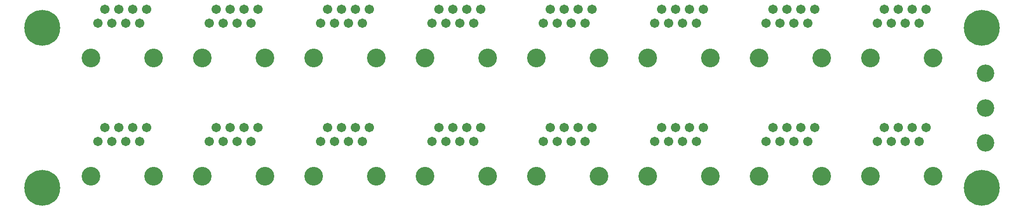
<source format=gbs>
G75*
%MOIN*%
%OFA0B0*%
%FSLAX24Y24*%
%IPPOS*%
%LPD*%
%AMOC8*
5,1,8,0,0,1.08239X$1,22.5*
%
%ADD10C,0.2580*%
%ADD11C,0.0674*%
%ADD12C,0.1340*%
%ADD13C,0.1261*%
D10*
X002350Y002350D03*
X002350Y013850D03*
X069850Y013850D03*
X069850Y002350D03*
D11*
X065350Y005683D03*
X064350Y005683D03*
X063350Y005683D03*
X062350Y005683D03*
X062850Y006683D03*
X063850Y006683D03*
X064850Y006683D03*
X065850Y006683D03*
X057850Y006683D03*
X056850Y006683D03*
X055850Y006683D03*
X054850Y006683D03*
X054350Y005683D03*
X055350Y005683D03*
X056350Y005683D03*
X057350Y005683D03*
X049850Y006683D03*
X048850Y006683D03*
X047850Y006683D03*
X046850Y006683D03*
X046350Y005683D03*
X047350Y005683D03*
X048350Y005683D03*
X049350Y005683D03*
X041850Y006683D03*
X040850Y006683D03*
X039850Y006683D03*
X038850Y006683D03*
X038350Y005683D03*
X039350Y005683D03*
X040350Y005683D03*
X041350Y005683D03*
X033850Y006683D03*
X032850Y006683D03*
X031850Y006683D03*
X030850Y006683D03*
X030350Y005683D03*
X031350Y005683D03*
X032350Y005683D03*
X033350Y005683D03*
X025850Y006683D03*
X024850Y006683D03*
X023850Y006683D03*
X022850Y006683D03*
X022350Y005683D03*
X023350Y005683D03*
X024350Y005683D03*
X025350Y005683D03*
X017850Y006683D03*
X016850Y006683D03*
X015850Y006683D03*
X014850Y006683D03*
X014350Y005683D03*
X015350Y005683D03*
X016350Y005683D03*
X017350Y005683D03*
X009850Y006683D03*
X008850Y006683D03*
X007850Y006683D03*
X006850Y006683D03*
X006350Y005683D03*
X007350Y005683D03*
X008350Y005683D03*
X009350Y005683D03*
X009350Y014183D03*
X008350Y014183D03*
X007350Y014183D03*
X006350Y014183D03*
X006850Y015183D03*
X007850Y015183D03*
X008850Y015183D03*
X009850Y015183D03*
X014350Y014183D03*
X015350Y014183D03*
X016350Y014183D03*
X017350Y014183D03*
X016850Y015183D03*
X017850Y015183D03*
X015850Y015183D03*
X014850Y015183D03*
X022350Y014183D03*
X023350Y014183D03*
X024350Y014183D03*
X025350Y014183D03*
X024850Y015183D03*
X025850Y015183D03*
X023850Y015183D03*
X022850Y015183D03*
X030350Y014183D03*
X031350Y014183D03*
X032350Y014183D03*
X033350Y014183D03*
X032850Y015183D03*
X033850Y015183D03*
X031850Y015183D03*
X030850Y015183D03*
X038350Y014183D03*
X039350Y014183D03*
X040350Y014183D03*
X041350Y014183D03*
X040850Y015183D03*
X041850Y015183D03*
X039850Y015183D03*
X038850Y015183D03*
X046350Y014183D03*
X047350Y014183D03*
X048350Y014183D03*
X049350Y014183D03*
X048850Y015183D03*
X049850Y015183D03*
X047850Y015183D03*
X046850Y015183D03*
X054350Y014183D03*
X055350Y014183D03*
X056350Y014183D03*
X057350Y014183D03*
X056850Y015183D03*
X057850Y015183D03*
X055850Y015183D03*
X054850Y015183D03*
X062350Y014183D03*
X063350Y014183D03*
X064350Y014183D03*
X065350Y014183D03*
X064850Y015183D03*
X063850Y015183D03*
X062850Y015183D03*
X065850Y015183D03*
D12*
X066350Y011683D03*
X061850Y011683D03*
X058350Y011683D03*
X053850Y011683D03*
X050350Y011683D03*
X045850Y011683D03*
X042350Y011683D03*
X037850Y011683D03*
X034350Y011683D03*
X029850Y011683D03*
X026350Y011683D03*
X021850Y011683D03*
X018350Y011683D03*
X013850Y011683D03*
X010350Y011683D03*
X005850Y011683D03*
X005850Y003183D03*
X010350Y003183D03*
X013850Y003183D03*
X018350Y003183D03*
X021850Y003183D03*
X026350Y003183D03*
X029850Y003183D03*
X034350Y003183D03*
X037850Y003183D03*
X042350Y003183D03*
X045850Y003183D03*
X050350Y003183D03*
X053850Y003183D03*
X058350Y003183D03*
X061850Y003183D03*
X066350Y003183D03*
D13*
X070100Y005600D03*
X070100Y008100D03*
X070100Y010600D03*
M02*

</source>
